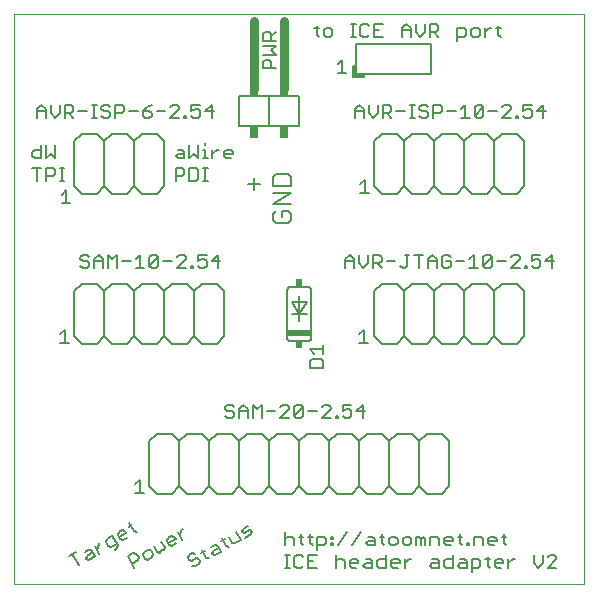
<source format=gto>
G75*
%MOIN*%
%OFA0B0*%
%FSLAX25Y25*%
%IPPOS*%
%LPD*%
%AMOC8*
5,1,8,0,0,1.08239X$1,22.5*
%
%ADD10C,0.00000*%
%ADD11C,0.00600*%
%ADD12C,0.00800*%
%ADD13C,0.00500*%
%ADD14R,0.08000X0.02000*%
%ADD15R,0.02000X0.02500*%
%ADD16C,0.03000*%
%ADD17R,0.03000X0.02000*%
%ADD18R,0.03000X0.04000*%
D10*
X0011984Y0006984D02*
X0011984Y0196984D01*
X0201984Y0196984D01*
X0201984Y0006984D01*
X0011984Y0006984D01*
D11*
X0030089Y0016208D02*
X0032632Y0017676D01*
X0031360Y0016942D02*
X0033562Y0013128D01*
X0035911Y0015332D02*
X0036180Y0016334D01*
X0038087Y0017435D01*
X0037720Y0018071D02*
X0038821Y0016164D01*
X0036914Y0015063D01*
X0035911Y0015332D01*
X0035446Y0017605D02*
X0036717Y0018339D01*
X0037720Y0018071D01*
X0039531Y0018269D02*
X0040068Y0020274D01*
X0040704Y0020641D01*
X0042487Y0020823D02*
X0043221Y0019552D01*
X0044223Y0019283D01*
X0046130Y0020384D01*
X0046497Y0019749D02*
X0044662Y0022927D01*
X0042755Y0021826D01*
X0042487Y0020823D01*
X0038797Y0019540D02*
X0040265Y0016998D01*
X0045593Y0018379D02*
X0046229Y0018746D01*
X0046497Y0019749D01*
X0047208Y0021854D02*
X0046474Y0023125D01*
X0046743Y0024128D01*
X0048014Y0024862D01*
X0049016Y0024593D01*
X0049383Y0023957D01*
X0046841Y0022489D01*
X0047208Y0021854D02*
X0048210Y0021585D01*
X0049482Y0022319D01*
X0051831Y0024523D02*
X0052833Y0024254D01*
X0051831Y0024523D02*
X0050363Y0027065D01*
X0050094Y0026063D02*
X0051365Y0026797D01*
X0058482Y0019540D02*
X0059583Y0017634D01*
X0060586Y0017365D01*
X0060854Y0018368D01*
X0061857Y0018099D01*
X0062126Y0019102D01*
X0061025Y0021008D01*
X0062836Y0021207D02*
X0063570Y0019936D01*
X0064573Y0019667D01*
X0065844Y0020401D01*
X0065746Y0022039D02*
X0063203Y0020571D01*
X0062836Y0021207D02*
X0063105Y0022209D01*
X0064376Y0022943D01*
X0065379Y0022675D01*
X0065746Y0022039D01*
X0067190Y0022873D02*
X0067728Y0024878D01*
X0068363Y0025245D01*
X0066456Y0024144D02*
X0067924Y0021602D01*
X0070095Y0016575D02*
X0071366Y0017309D01*
X0072369Y0017040D01*
X0072467Y0015402D02*
X0073470Y0015133D01*
X0073837Y0014498D01*
X0073568Y0013495D01*
X0072297Y0012761D01*
X0071294Y0013030D01*
X0071196Y0014668D02*
X0070193Y0014937D01*
X0069826Y0015572D01*
X0070095Y0016575D01*
X0071196Y0014668D02*
X0072467Y0015402D01*
X0074180Y0017239D02*
X0075451Y0017972D01*
X0074449Y0018241D02*
X0075917Y0015699D01*
X0076919Y0015430D01*
X0077939Y0016866D02*
X0078208Y0017869D01*
X0080115Y0018970D01*
X0079748Y0019605D02*
X0080849Y0017699D01*
X0078942Y0016598D01*
X0077939Y0016866D01*
X0077474Y0019140D02*
X0078745Y0019874D01*
X0079748Y0019605D01*
X0080825Y0021075D02*
X0082097Y0021809D01*
X0081094Y0022078D02*
X0082562Y0019535D01*
X0083565Y0019267D01*
X0084584Y0020703D02*
X0085587Y0020434D01*
X0087494Y0021535D01*
X0086026Y0024078D01*
X0087838Y0024276D02*
X0088106Y0025279D01*
X0090013Y0026380D01*
X0090111Y0024741D02*
X0088840Y0024007D01*
X0087838Y0024276D01*
X0088938Y0022369D02*
X0090845Y0023470D01*
X0091114Y0024473D01*
X0090111Y0024741D01*
X0084584Y0020703D02*
X0083483Y0022610D01*
X0084484Y0036984D02*
X0079484Y0036984D01*
X0076984Y0039484D01*
X0076984Y0054484D01*
X0079484Y0056984D01*
X0084484Y0056984D01*
X0086984Y0054484D01*
X0086984Y0039484D01*
X0089484Y0036984D01*
X0094484Y0036984D01*
X0096984Y0039484D01*
X0096984Y0054484D01*
X0099484Y0056984D01*
X0104484Y0056984D01*
X0106984Y0054484D01*
X0106984Y0039484D01*
X0109484Y0036984D01*
X0114484Y0036984D01*
X0116984Y0039484D01*
X0116984Y0054484D01*
X0119484Y0056984D01*
X0124484Y0056984D01*
X0126984Y0054484D01*
X0126984Y0039484D01*
X0124484Y0036984D01*
X0119484Y0036984D01*
X0116984Y0039484D01*
X0106984Y0039484D02*
X0104484Y0036984D01*
X0099484Y0036984D01*
X0096984Y0039484D01*
X0086984Y0039484D02*
X0084484Y0036984D01*
X0076984Y0039484D02*
X0074484Y0036984D01*
X0069484Y0036984D01*
X0066984Y0039484D01*
X0066984Y0054484D01*
X0069484Y0056984D01*
X0074484Y0056984D01*
X0076984Y0054484D01*
X0083018Y0062284D02*
X0082284Y0063018D01*
X0083018Y0062284D02*
X0084486Y0062284D01*
X0085220Y0063018D01*
X0085220Y0063752D01*
X0084486Y0064486D01*
X0083018Y0064486D01*
X0082284Y0065220D01*
X0082284Y0065954D01*
X0083018Y0066688D01*
X0084486Y0066688D01*
X0085220Y0065954D01*
X0086888Y0065220D02*
X0088356Y0066688D01*
X0089824Y0065220D01*
X0089824Y0062284D01*
X0091492Y0062284D02*
X0091492Y0066688D01*
X0092960Y0065220D01*
X0094428Y0066688D01*
X0094428Y0062284D01*
X0096096Y0064486D02*
X0099032Y0064486D01*
X0100700Y0065954D02*
X0101434Y0066688D01*
X0102902Y0066688D01*
X0103636Y0065954D01*
X0103636Y0065220D01*
X0100700Y0062284D01*
X0103636Y0062284D01*
X0105304Y0063018D02*
X0108240Y0065954D01*
X0108240Y0063018D01*
X0107506Y0062284D01*
X0106038Y0062284D01*
X0105304Y0063018D01*
X0105304Y0065954D01*
X0106038Y0066688D01*
X0107506Y0066688D01*
X0108240Y0065954D01*
X0109908Y0064486D02*
X0112844Y0064486D01*
X0114512Y0065954D02*
X0115246Y0066688D01*
X0116714Y0066688D01*
X0117448Y0065954D01*
X0117448Y0065220D01*
X0114512Y0062284D01*
X0117448Y0062284D01*
X0119116Y0062284D02*
X0119116Y0063018D01*
X0119850Y0063018D01*
X0119850Y0062284D01*
X0119116Y0062284D01*
X0121418Y0063018D02*
X0122152Y0062284D01*
X0123619Y0062284D01*
X0124353Y0063018D01*
X0124353Y0064486D01*
X0123619Y0065220D01*
X0122886Y0065220D01*
X0121418Y0064486D01*
X0121418Y0066688D01*
X0124353Y0066688D01*
X0126022Y0064486D02*
X0128957Y0064486D01*
X0128223Y0062284D02*
X0128223Y0066688D01*
X0126022Y0064486D01*
X0129484Y0056984D02*
X0134484Y0056984D01*
X0136984Y0054484D01*
X0136984Y0039484D01*
X0134484Y0036984D01*
X0129484Y0036984D01*
X0126984Y0039484D01*
X0136984Y0039484D02*
X0139484Y0036984D01*
X0144484Y0036984D01*
X0146984Y0039484D01*
X0149484Y0036984D01*
X0154484Y0036984D01*
X0156984Y0039484D01*
X0156984Y0054484D01*
X0154484Y0056984D01*
X0149484Y0056984D01*
X0146984Y0054484D01*
X0146984Y0039484D01*
X0134478Y0023454D02*
X0134478Y0020518D01*
X0135212Y0019784D01*
X0136814Y0020518D02*
X0137548Y0019784D01*
X0139016Y0019784D01*
X0139750Y0020518D01*
X0139750Y0021986D01*
X0139016Y0022720D01*
X0137548Y0022720D01*
X0136814Y0021986D01*
X0136814Y0020518D01*
X0135212Y0022720D02*
X0133744Y0022720D01*
X0132076Y0021986D02*
X0132076Y0019784D01*
X0129874Y0019784D01*
X0129140Y0020518D01*
X0129874Y0021252D01*
X0132076Y0021252D01*
X0132076Y0021986D02*
X0131342Y0022720D01*
X0129874Y0022720D01*
X0127472Y0024188D02*
X0124537Y0019784D01*
X0124503Y0015220D02*
X0125971Y0015220D01*
X0126705Y0014486D01*
X0126705Y0013752D01*
X0123769Y0013752D01*
X0123769Y0013018D02*
X0123769Y0014486D01*
X0124503Y0015220D01*
X0123769Y0013018D02*
X0124503Y0012284D01*
X0125971Y0012284D01*
X0128373Y0013018D02*
X0129107Y0013752D01*
X0131309Y0013752D01*
X0131309Y0014486D02*
X0131309Y0012284D01*
X0129107Y0012284D01*
X0128373Y0013018D01*
X0129107Y0015220D02*
X0130575Y0015220D01*
X0131309Y0014486D01*
X0132977Y0014486D02*
X0133711Y0015220D01*
X0135913Y0015220D01*
X0135913Y0016688D02*
X0135913Y0012284D01*
X0133711Y0012284D01*
X0132977Y0013018D01*
X0132977Y0014486D01*
X0137581Y0014486D02*
X0138315Y0015220D01*
X0139783Y0015220D01*
X0140517Y0014486D01*
X0140517Y0013752D01*
X0137581Y0013752D01*
X0137581Y0013018D02*
X0137581Y0014486D01*
X0137581Y0013018D02*
X0138315Y0012284D01*
X0139783Y0012284D01*
X0142185Y0012284D02*
X0142185Y0015220D01*
X0142185Y0013752D02*
X0143653Y0015220D01*
X0144387Y0015220D01*
X0143619Y0019784D02*
X0142152Y0019784D01*
X0141418Y0020518D01*
X0141418Y0021986D01*
X0142152Y0022720D01*
X0143619Y0022720D01*
X0144353Y0021986D01*
X0144353Y0020518D01*
X0143619Y0019784D01*
X0146022Y0019784D02*
X0146022Y0022720D01*
X0146755Y0022720D01*
X0147489Y0021986D01*
X0148223Y0022720D01*
X0148957Y0021986D01*
X0148957Y0019784D01*
X0147489Y0019784D02*
X0147489Y0021986D01*
X0150625Y0022720D02*
X0150625Y0019784D01*
X0150625Y0022720D02*
X0152827Y0022720D01*
X0153561Y0021986D01*
X0153561Y0019784D01*
X0155229Y0020518D02*
X0155229Y0021986D01*
X0155963Y0022720D01*
X0157431Y0022720D01*
X0158165Y0021986D01*
X0158165Y0021252D01*
X0155229Y0021252D01*
X0155229Y0020518D02*
X0155963Y0019784D01*
X0157431Y0019784D01*
X0159833Y0022720D02*
X0161301Y0022720D01*
X0160567Y0023454D02*
X0160567Y0020518D01*
X0161301Y0019784D01*
X0162903Y0019784D02*
X0163637Y0019784D01*
X0163637Y0020518D01*
X0162903Y0020518D01*
X0162903Y0019784D01*
X0165205Y0019784D02*
X0165205Y0022720D01*
X0167406Y0022720D01*
X0168140Y0021986D01*
X0168140Y0019784D01*
X0169808Y0020518D02*
X0169808Y0021986D01*
X0170542Y0022720D01*
X0172010Y0022720D01*
X0172744Y0021986D01*
X0172744Y0021252D01*
X0169808Y0021252D01*
X0169808Y0020518D02*
X0170542Y0019784D01*
X0172010Y0019784D01*
X0175146Y0020518D02*
X0175880Y0019784D01*
X0175146Y0020518D02*
X0175146Y0023454D01*
X0174412Y0022720D02*
X0175880Y0022720D01*
X0176714Y0015220D02*
X0176714Y0012284D01*
X0176714Y0013752D02*
X0178182Y0015220D01*
X0178916Y0015220D01*
X0175046Y0014486D02*
X0175046Y0013752D01*
X0172110Y0013752D01*
X0172110Y0013018D02*
X0172110Y0014486D01*
X0172844Y0015220D01*
X0174312Y0015220D01*
X0175046Y0014486D01*
X0174312Y0012284D02*
X0172844Y0012284D01*
X0172110Y0013018D01*
X0170509Y0012284D02*
X0169775Y0013018D01*
X0169775Y0015954D01*
X0169041Y0015220D02*
X0170509Y0015220D01*
X0167373Y0014486D02*
X0167373Y0013018D01*
X0166639Y0012284D01*
X0164437Y0012284D01*
X0164437Y0010816D02*
X0164437Y0015220D01*
X0166639Y0015220D01*
X0167373Y0014486D01*
X0162769Y0014486D02*
X0162769Y0012284D01*
X0160567Y0012284D01*
X0159833Y0013018D01*
X0160567Y0013752D01*
X0162769Y0013752D01*
X0162769Y0014486D02*
X0162035Y0015220D01*
X0160567Y0015220D01*
X0158165Y0015220D02*
X0155963Y0015220D01*
X0155229Y0014486D01*
X0155229Y0013018D01*
X0155963Y0012284D01*
X0158165Y0012284D01*
X0158165Y0016688D01*
X0153561Y0014486D02*
X0153561Y0012284D01*
X0151359Y0012284D01*
X0150625Y0013018D01*
X0151359Y0013752D01*
X0153561Y0013752D01*
X0153561Y0014486D02*
X0152827Y0015220D01*
X0151359Y0015220D01*
X0122101Y0014486D02*
X0122101Y0012284D01*
X0122101Y0014486D02*
X0121367Y0015220D01*
X0119899Y0015220D01*
X0119165Y0014486D01*
X0119165Y0016688D02*
X0119165Y0012284D01*
X0112893Y0012284D02*
X0109957Y0012284D01*
X0109957Y0016688D01*
X0112893Y0016688D01*
X0113027Y0018316D02*
X0113027Y0022720D01*
X0115229Y0022720D01*
X0115963Y0021986D01*
X0115963Y0020518D01*
X0115229Y0019784D01*
X0113027Y0019784D01*
X0111425Y0019784D02*
X0110691Y0020518D01*
X0110691Y0023454D01*
X0109957Y0022720D02*
X0111425Y0022720D01*
X0108356Y0022720D02*
X0106888Y0022720D01*
X0107622Y0023454D02*
X0107622Y0020518D01*
X0108356Y0019784D01*
X0105220Y0019784D02*
X0105220Y0021986D01*
X0104486Y0022720D01*
X0103018Y0022720D01*
X0102284Y0021986D01*
X0102284Y0024188D02*
X0102284Y0019784D01*
X0102284Y0016688D02*
X0103752Y0016688D01*
X0103018Y0016688D02*
X0103018Y0012284D01*
X0102284Y0012284D02*
X0103752Y0012284D01*
X0105354Y0013018D02*
X0106087Y0012284D01*
X0107555Y0012284D01*
X0108289Y0013018D01*
X0109957Y0014486D02*
X0111425Y0014486D01*
X0108289Y0015954D02*
X0107555Y0016688D01*
X0106087Y0016688D01*
X0105354Y0015954D01*
X0105354Y0013018D01*
X0117631Y0019784D02*
X0117631Y0020518D01*
X0118365Y0020518D01*
X0118365Y0019784D01*
X0117631Y0019784D01*
X0117631Y0021986D02*
X0117631Y0022720D01*
X0118365Y0022720D01*
X0118365Y0021986D01*
X0117631Y0021986D01*
X0119933Y0019784D02*
X0122868Y0024188D01*
X0126984Y0054484D02*
X0129484Y0056984D01*
X0136984Y0054484D02*
X0139484Y0056984D01*
X0144484Y0056984D01*
X0146984Y0054484D01*
X0116984Y0054484D02*
X0114484Y0056984D01*
X0109484Y0056984D01*
X0106984Y0054484D01*
X0096984Y0054484D02*
X0094484Y0056984D01*
X0089484Y0056984D01*
X0086984Y0054484D01*
X0086888Y0062284D02*
X0086888Y0065220D01*
X0086888Y0064486D02*
X0089824Y0064486D01*
X0066984Y0054484D02*
X0064484Y0056984D01*
X0059484Y0056984D01*
X0056984Y0054484D01*
X0056984Y0039484D01*
X0059484Y0036984D01*
X0064484Y0036984D01*
X0066984Y0039484D01*
X0055220Y0037284D02*
X0052284Y0037284D01*
X0053752Y0037284D02*
X0053752Y0041688D01*
X0052284Y0040220D01*
X0056402Y0018339D02*
X0055131Y0017605D01*
X0054862Y0016603D01*
X0055596Y0015332D01*
X0056599Y0015063D01*
X0057870Y0015797D01*
X0058139Y0016800D01*
X0057405Y0018071D01*
X0056402Y0018339D01*
X0053418Y0015769D02*
X0053149Y0014766D01*
X0051242Y0013665D01*
X0051976Y0012394D02*
X0049774Y0016208D01*
X0051681Y0017309D01*
X0052684Y0017040D01*
X0053418Y0015769D01*
X0110530Y0079034D02*
X0110530Y0081236D01*
X0111264Y0081970D01*
X0114200Y0081970D01*
X0114934Y0081236D01*
X0114934Y0079034D01*
X0110530Y0079034D01*
X0111998Y0083638D02*
X0110530Y0085106D01*
X0114934Y0085106D01*
X0114934Y0083638D02*
X0114934Y0086574D01*
X0110984Y0088984D02*
X0110984Y0104984D01*
X0110982Y0105044D01*
X0110977Y0105105D01*
X0110968Y0105164D01*
X0110955Y0105223D01*
X0110939Y0105282D01*
X0110919Y0105339D01*
X0110896Y0105394D01*
X0110869Y0105449D01*
X0110840Y0105501D01*
X0110807Y0105552D01*
X0110771Y0105601D01*
X0110733Y0105647D01*
X0110691Y0105691D01*
X0110647Y0105733D01*
X0110601Y0105771D01*
X0110552Y0105807D01*
X0110501Y0105840D01*
X0110449Y0105869D01*
X0110394Y0105896D01*
X0110339Y0105919D01*
X0110282Y0105939D01*
X0110223Y0105955D01*
X0110164Y0105968D01*
X0110105Y0105977D01*
X0110044Y0105982D01*
X0109984Y0105984D01*
X0103984Y0105984D01*
X0103924Y0105982D01*
X0103863Y0105977D01*
X0103804Y0105968D01*
X0103745Y0105955D01*
X0103686Y0105939D01*
X0103629Y0105919D01*
X0103574Y0105896D01*
X0103519Y0105869D01*
X0103467Y0105840D01*
X0103416Y0105807D01*
X0103367Y0105771D01*
X0103321Y0105733D01*
X0103277Y0105691D01*
X0103235Y0105647D01*
X0103197Y0105601D01*
X0103161Y0105552D01*
X0103128Y0105501D01*
X0103099Y0105449D01*
X0103072Y0105394D01*
X0103049Y0105339D01*
X0103029Y0105282D01*
X0103013Y0105223D01*
X0103000Y0105164D01*
X0102991Y0105105D01*
X0102986Y0105044D01*
X0102984Y0104984D01*
X0102984Y0088984D01*
X0102986Y0088924D01*
X0102991Y0088863D01*
X0103000Y0088804D01*
X0103013Y0088745D01*
X0103029Y0088686D01*
X0103049Y0088629D01*
X0103072Y0088574D01*
X0103099Y0088519D01*
X0103128Y0088467D01*
X0103161Y0088416D01*
X0103197Y0088367D01*
X0103235Y0088321D01*
X0103277Y0088277D01*
X0103321Y0088235D01*
X0103367Y0088197D01*
X0103416Y0088161D01*
X0103467Y0088128D01*
X0103519Y0088099D01*
X0103574Y0088072D01*
X0103629Y0088049D01*
X0103686Y0088029D01*
X0103745Y0088013D01*
X0103804Y0088000D01*
X0103863Y0087991D01*
X0103924Y0087986D01*
X0103984Y0087984D01*
X0109984Y0087984D01*
X0110044Y0087986D01*
X0110105Y0087991D01*
X0110164Y0088000D01*
X0110223Y0088013D01*
X0110282Y0088029D01*
X0110339Y0088049D01*
X0110394Y0088072D01*
X0110449Y0088099D01*
X0110501Y0088128D01*
X0110552Y0088161D01*
X0110601Y0088197D01*
X0110647Y0088235D01*
X0110691Y0088277D01*
X0110733Y0088321D01*
X0110771Y0088367D01*
X0110807Y0088416D01*
X0110840Y0088467D01*
X0110869Y0088519D01*
X0110896Y0088574D01*
X0110919Y0088629D01*
X0110939Y0088686D01*
X0110955Y0088745D01*
X0110968Y0088804D01*
X0110977Y0088863D01*
X0110982Y0088924D01*
X0110984Y0088984D01*
X0106984Y0094484D02*
X0106984Y0096984D01*
X0109484Y0096984D01*
X0106984Y0096984D02*
X0104484Y0096984D01*
X0106984Y0096984D02*
X0104484Y0100984D01*
X0109484Y0100984D01*
X0106984Y0096984D01*
X0106984Y0102984D01*
X0122284Y0112284D02*
X0122284Y0115220D01*
X0123752Y0116688D01*
X0125220Y0115220D01*
X0125220Y0112284D01*
X0125220Y0114486D02*
X0122284Y0114486D01*
X0126888Y0113752D02*
X0128356Y0112284D01*
X0129824Y0113752D01*
X0129824Y0116688D01*
X0131492Y0116688D02*
X0133694Y0116688D01*
X0134428Y0115954D01*
X0134428Y0114486D01*
X0133694Y0113752D01*
X0131492Y0113752D01*
X0131492Y0112284D02*
X0131492Y0116688D01*
X0132960Y0113752D02*
X0134428Y0112284D01*
X0136096Y0114486D02*
X0139032Y0114486D01*
X0140700Y0113018D02*
X0141434Y0112284D01*
X0142168Y0112284D01*
X0142902Y0113018D01*
X0142902Y0116688D01*
X0142168Y0116688D02*
X0143636Y0116688D01*
X0145304Y0116688D02*
X0148240Y0116688D01*
X0146772Y0116688D02*
X0146772Y0112284D01*
X0149908Y0112284D02*
X0149908Y0115220D01*
X0151376Y0116688D01*
X0152844Y0115220D01*
X0152844Y0112284D01*
X0154512Y0113018D02*
X0155246Y0112284D01*
X0156714Y0112284D01*
X0157448Y0113018D01*
X0157448Y0114486D01*
X0155980Y0114486D01*
X0157448Y0115954D02*
X0156714Y0116688D01*
X0155246Y0116688D01*
X0154512Y0115954D01*
X0154512Y0113018D01*
X0152844Y0114486D02*
X0149908Y0114486D01*
X0149484Y0106984D02*
X0144484Y0106984D01*
X0141984Y0104484D01*
X0141984Y0089484D01*
X0144484Y0086984D01*
X0149484Y0086984D01*
X0151984Y0089484D01*
X0151984Y0104484D01*
X0154484Y0106984D01*
X0159484Y0106984D01*
X0161984Y0104484D01*
X0161984Y0089484D01*
X0164484Y0086984D01*
X0169484Y0086984D01*
X0171984Y0089484D01*
X0174484Y0086984D01*
X0179484Y0086984D01*
X0181984Y0089484D01*
X0181984Y0104484D01*
X0179484Y0106984D01*
X0174484Y0106984D01*
X0171984Y0104484D01*
X0171984Y0089484D01*
X0161984Y0089484D02*
X0159484Y0086984D01*
X0154484Y0086984D01*
X0151984Y0089484D01*
X0141984Y0089484D02*
X0139484Y0086984D01*
X0134484Y0086984D01*
X0131984Y0089484D01*
X0131984Y0104484D01*
X0134484Y0106984D01*
X0139484Y0106984D01*
X0141984Y0104484D01*
X0149484Y0106984D02*
X0151984Y0104484D01*
X0161984Y0104484D02*
X0164484Y0106984D01*
X0169484Y0106984D01*
X0171984Y0104484D01*
X0170525Y0112284D02*
X0169057Y0112284D01*
X0168323Y0113018D01*
X0171259Y0115954D01*
X0171259Y0113018D01*
X0170525Y0112284D01*
X0168323Y0113018D02*
X0168323Y0115954D01*
X0169057Y0116688D01*
X0170525Y0116688D01*
X0171259Y0115954D01*
X0172927Y0114486D02*
X0175863Y0114486D01*
X0177531Y0115954D02*
X0178265Y0116688D01*
X0179733Y0116688D01*
X0180467Y0115954D01*
X0180467Y0115220D01*
X0177531Y0112284D01*
X0180467Y0112284D01*
X0182135Y0112284D02*
X0182135Y0113018D01*
X0182869Y0113018D01*
X0182869Y0112284D01*
X0182135Y0112284D01*
X0184437Y0113018D02*
X0185171Y0112284D01*
X0186639Y0112284D01*
X0187373Y0113018D01*
X0187373Y0114486D01*
X0186639Y0115220D01*
X0185905Y0115220D01*
X0184437Y0114486D01*
X0184437Y0116688D01*
X0187373Y0116688D01*
X0189041Y0114486D02*
X0191977Y0114486D01*
X0191243Y0112284D02*
X0191243Y0116688D01*
X0189041Y0114486D01*
X0166655Y0112284D02*
X0163720Y0112284D01*
X0165187Y0112284D02*
X0165187Y0116688D01*
X0163720Y0115220D01*
X0162051Y0114486D02*
X0159116Y0114486D01*
X0159484Y0136984D02*
X0154484Y0136984D01*
X0151984Y0139484D01*
X0151984Y0154484D01*
X0154484Y0156984D01*
X0159484Y0156984D01*
X0161984Y0154484D01*
X0161984Y0139484D01*
X0164484Y0136984D01*
X0169484Y0136984D01*
X0171984Y0139484D01*
X0174484Y0136984D01*
X0179484Y0136984D01*
X0181984Y0139484D01*
X0181984Y0154484D01*
X0179484Y0156984D01*
X0174484Y0156984D01*
X0171984Y0154484D01*
X0171984Y0139484D01*
X0161984Y0139484D02*
X0159484Y0136984D01*
X0151984Y0139484D02*
X0149484Y0136984D01*
X0144484Y0136984D01*
X0141984Y0139484D01*
X0141984Y0154484D01*
X0144484Y0156984D01*
X0149484Y0156984D01*
X0151984Y0154484D01*
X0151623Y0162284D02*
X0151623Y0166688D01*
X0153825Y0166688D01*
X0154559Y0165954D01*
X0154559Y0164486D01*
X0153825Y0163752D01*
X0151623Y0163752D01*
X0149955Y0163752D02*
X0149955Y0163018D01*
X0149221Y0162284D01*
X0147753Y0162284D01*
X0147019Y0163018D01*
X0147753Y0164486D02*
X0147019Y0165220D01*
X0147019Y0165954D01*
X0147753Y0166688D01*
X0149221Y0166688D01*
X0149955Y0165954D01*
X0149221Y0164486D02*
X0149955Y0163752D01*
X0149221Y0164486D02*
X0147753Y0164486D01*
X0145418Y0162284D02*
X0143950Y0162284D01*
X0144684Y0162284D02*
X0144684Y0166688D01*
X0143950Y0166688D02*
X0145418Y0166688D01*
X0142282Y0164486D02*
X0139346Y0164486D01*
X0137678Y0164486D02*
X0137678Y0165954D01*
X0136944Y0166688D01*
X0134742Y0166688D01*
X0134742Y0162284D01*
X0134742Y0163752D02*
X0136944Y0163752D01*
X0137678Y0164486D01*
X0136210Y0163752D02*
X0137678Y0162284D01*
X0133074Y0163752D02*
X0133074Y0166688D01*
X0133074Y0163752D02*
X0131606Y0162284D01*
X0130138Y0163752D01*
X0130138Y0166688D01*
X0128470Y0165220D02*
X0128470Y0162284D01*
X0128470Y0164486D02*
X0125534Y0164486D01*
X0125534Y0165220D02*
X0125534Y0162284D01*
X0125534Y0165220D02*
X0127002Y0166688D01*
X0128470Y0165220D01*
X0134484Y0156984D02*
X0139484Y0156984D01*
X0141984Y0154484D01*
X0134484Y0156984D02*
X0131984Y0154484D01*
X0131984Y0139484D01*
X0134484Y0136984D01*
X0139484Y0136984D01*
X0141984Y0139484D01*
X0130220Y0137284D02*
X0127284Y0137284D01*
X0128752Y0137284D02*
X0128752Y0141688D01*
X0127284Y0140220D01*
X0106984Y0159484D02*
X0106984Y0169484D01*
X0096984Y0169484D01*
X0086984Y0169484D01*
X0086984Y0159484D01*
X0096984Y0159484D01*
X0106984Y0159484D01*
X0096984Y0159484D02*
X0096984Y0169484D01*
X0097716Y0178784D02*
X0097716Y0180986D01*
X0096982Y0181720D01*
X0095514Y0181720D01*
X0094780Y0180986D01*
X0094780Y0178784D01*
X0099184Y0178784D01*
X0099184Y0183388D02*
X0094780Y0183388D01*
X0097716Y0184856D02*
X0099184Y0186324D01*
X0094780Y0186324D01*
X0094780Y0187992D02*
X0094780Y0190194D01*
X0095514Y0190928D01*
X0096982Y0190928D01*
X0097716Y0190194D01*
X0097716Y0187992D01*
X0097716Y0189460D02*
X0099184Y0190928D01*
X0099184Y0187992D02*
X0094780Y0187992D01*
X0097716Y0184856D02*
X0099184Y0183388D01*
X0112768Y0190018D02*
X0113502Y0189284D01*
X0112768Y0190018D02*
X0112768Y0192954D01*
X0112034Y0192220D02*
X0113502Y0192220D01*
X0115104Y0191486D02*
X0115104Y0190018D01*
X0115837Y0189284D01*
X0117305Y0189284D01*
X0118039Y0190018D01*
X0118039Y0191486D01*
X0117305Y0192220D01*
X0115837Y0192220D01*
X0115104Y0191486D01*
X0124311Y0189284D02*
X0125779Y0189284D01*
X0125045Y0189284D02*
X0125045Y0193688D01*
X0124311Y0193688D02*
X0125779Y0193688D01*
X0127381Y0192954D02*
X0127381Y0190018D01*
X0128115Y0189284D01*
X0129583Y0189284D01*
X0130316Y0190018D01*
X0131985Y0189284D02*
X0134920Y0189284D01*
X0133452Y0191486D02*
X0131985Y0191486D01*
X0131985Y0193688D02*
X0131985Y0189284D01*
X0130316Y0192954D02*
X0129583Y0193688D01*
X0128115Y0193688D01*
X0127381Y0192954D01*
X0131985Y0193688D02*
X0134920Y0193688D01*
X0141192Y0192220D02*
X0141192Y0189284D01*
X0141192Y0191486D02*
X0144128Y0191486D01*
X0144128Y0192220D02*
X0144128Y0189284D01*
X0145796Y0190752D02*
X0147264Y0189284D01*
X0148732Y0190752D01*
X0148732Y0193688D01*
X0150400Y0193688D02*
X0152602Y0193688D01*
X0153336Y0192954D01*
X0153336Y0191486D01*
X0152602Y0190752D01*
X0150400Y0190752D01*
X0150400Y0189284D02*
X0150400Y0193688D01*
X0151868Y0190752D02*
X0153336Y0189284D01*
X0159608Y0189284D02*
X0161810Y0189284D01*
X0162544Y0190018D01*
X0162544Y0191486D01*
X0161810Y0192220D01*
X0159608Y0192220D01*
X0159608Y0187816D01*
X0164212Y0190018D02*
X0164212Y0191486D01*
X0164946Y0192220D01*
X0166414Y0192220D01*
X0167148Y0191486D01*
X0167148Y0190018D01*
X0166414Y0189284D01*
X0164946Y0189284D01*
X0164212Y0190018D01*
X0168816Y0189284D02*
X0168816Y0192220D01*
X0168816Y0190752D02*
X0170284Y0192220D01*
X0171018Y0192220D01*
X0172653Y0192220D02*
X0174120Y0192220D01*
X0173387Y0192954D02*
X0173387Y0190018D01*
X0174120Y0189284D01*
X0175377Y0166688D02*
X0174643Y0165954D01*
X0175377Y0166688D02*
X0176845Y0166688D01*
X0177579Y0165954D01*
X0177579Y0165220D01*
X0174643Y0162284D01*
X0177579Y0162284D01*
X0179247Y0162284D02*
X0179247Y0163018D01*
X0179981Y0163018D01*
X0179981Y0162284D01*
X0179247Y0162284D01*
X0181549Y0163018D02*
X0182283Y0162284D01*
X0183751Y0162284D01*
X0184484Y0163018D01*
X0184484Y0164486D01*
X0183751Y0165220D01*
X0183017Y0165220D01*
X0181549Y0164486D01*
X0181549Y0166688D01*
X0184484Y0166688D01*
X0186153Y0164486D02*
X0189088Y0164486D01*
X0188354Y0162284D02*
X0188354Y0166688D01*
X0186153Y0164486D01*
X0172975Y0164486D02*
X0170039Y0164486D01*
X0168371Y0163018D02*
X0167637Y0162284D01*
X0166169Y0162284D01*
X0165435Y0163018D01*
X0168371Y0165954D01*
X0168371Y0163018D01*
X0168371Y0165954D02*
X0167637Y0166688D01*
X0166169Y0166688D01*
X0165435Y0165954D01*
X0165435Y0163018D01*
X0163767Y0162284D02*
X0160831Y0162284D01*
X0162299Y0162284D02*
X0162299Y0166688D01*
X0160831Y0165220D01*
X0159163Y0164486D02*
X0156227Y0164486D01*
X0164484Y0156984D02*
X0169484Y0156984D01*
X0171984Y0154484D01*
X0164484Y0156984D02*
X0161984Y0154484D01*
X0145796Y0190752D02*
X0145796Y0193688D01*
X0144128Y0192220D02*
X0142660Y0193688D01*
X0141192Y0192220D01*
X0122720Y0177284D02*
X0119784Y0177284D01*
X0121252Y0177284D02*
X0121252Y0181688D01*
X0119784Y0180220D01*
X0084834Y0150986D02*
X0084834Y0150252D01*
X0081898Y0150252D01*
X0081898Y0149518D02*
X0081898Y0150986D01*
X0082632Y0151720D01*
X0084100Y0151720D01*
X0084834Y0150986D01*
X0084100Y0148784D02*
X0082632Y0148784D01*
X0081898Y0149518D01*
X0080263Y0151720D02*
X0079529Y0151720D01*
X0078061Y0150252D01*
X0078061Y0148784D02*
X0078061Y0151720D01*
X0075726Y0151720D02*
X0075726Y0148784D01*
X0074992Y0148784D02*
X0076460Y0148784D01*
X0075726Y0151720D02*
X0074992Y0151720D01*
X0075726Y0153188D02*
X0075726Y0153922D01*
X0073324Y0153188D02*
X0073324Y0148784D01*
X0071856Y0150252D01*
X0070388Y0148784D01*
X0070388Y0153188D01*
X0068720Y0150986D02*
X0067986Y0151720D01*
X0066518Y0151720D01*
X0066518Y0150252D02*
X0065784Y0149518D01*
X0066518Y0148784D01*
X0068720Y0148784D01*
X0068720Y0150986D01*
X0068720Y0150252D02*
X0066518Y0150252D01*
X0065784Y0145688D02*
X0067986Y0145688D01*
X0068720Y0144954D01*
X0068720Y0143486D01*
X0067986Y0142752D01*
X0065784Y0142752D01*
X0065784Y0141284D02*
X0065784Y0145688D01*
X0070388Y0145688D02*
X0070388Y0141284D01*
X0072590Y0141284D01*
X0073324Y0142018D01*
X0073324Y0144954D01*
X0072590Y0145688D01*
X0070388Y0145688D01*
X0074992Y0145688D02*
X0076460Y0145688D01*
X0075726Y0145688D02*
X0075726Y0141284D01*
X0074992Y0141284D02*
X0076460Y0141284D01*
X0061984Y0139484D02*
X0061984Y0154484D01*
X0059484Y0156984D01*
X0054484Y0156984D01*
X0051984Y0154484D01*
X0051984Y0139484D01*
X0054484Y0136984D01*
X0059484Y0136984D01*
X0061984Y0139484D01*
X0051984Y0139484D02*
X0049484Y0136984D01*
X0044484Y0136984D01*
X0041984Y0139484D01*
X0041984Y0154484D01*
X0044484Y0156984D01*
X0049484Y0156984D01*
X0051984Y0154484D01*
X0055565Y0162284D02*
X0057033Y0162284D01*
X0057767Y0163018D01*
X0057767Y0163752D01*
X0057033Y0164486D01*
X0054831Y0164486D01*
X0054831Y0163018D01*
X0055565Y0162284D01*
X0054831Y0164486D02*
X0056299Y0165954D01*
X0057767Y0166688D01*
X0059435Y0164486D02*
X0062371Y0164486D01*
X0064039Y0165954D02*
X0064773Y0166688D01*
X0066241Y0166688D01*
X0066975Y0165954D01*
X0066975Y0165220D01*
X0064039Y0162284D01*
X0066975Y0162284D01*
X0068643Y0162284D02*
X0068643Y0163018D01*
X0069377Y0163018D01*
X0069377Y0162284D01*
X0068643Y0162284D01*
X0070945Y0163018D02*
X0071679Y0162284D01*
X0073147Y0162284D01*
X0073881Y0163018D01*
X0073881Y0164486D01*
X0073147Y0165220D01*
X0072413Y0165220D01*
X0070945Y0164486D01*
X0070945Y0166688D01*
X0073881Y0166688D01*
X0075549Y0164486D02*
X0078484Y0164486D01*
X0077751Y0162284D02*
X0077751Y0166688D01*
X0075549Y0164486D01*
X0053163Y0164486D02*
X0050227Y0164486D01*
X0048559Y0164486D02*
X0048559Y0165954D01*
X0047825Y0166688D01*
X0045623Y0166688D01*
X0045623Y0162284D01*
X0045623Y0163752D02*
X0047825Y0163752D01*
X0048559Y0164486D01*
X0043955Y0163752D02*
X0043955Y0163018D01*
X0043221Y0162284D01*
X0041753Y0162284D01*
X0041019Y0163018D01*
X0041753Y0164486D02*
X0043221Y0164486D01*
X0043955Y0163752D01*
X0043955Y0165954D02*
X0043221Y0166688D01*
X0041753Y0166688D01*
X0041019Y0165954D01*
X0041019Y0165220D01*
X0041753Y0164486D01*
X0039418Y0162284D02*
X0037950Y0162284D01*
X0038684Y0162284D02*
X0038684Y0166688D01*
X0037950Y0166688D02*
X0039418Y0166688D01*
X0036282Y0164486D02*
X0033346Y0164486D01*
X0031678Y0164486D02*
X0031678Y0165954D01*
X0030944Y0166688D01*
X0028742Y0166688D01*
X0028742Y0162284D01*
X0028742Y0163752D02*
X0030944Y0163752D01*
X0031678Y0164486D01*
X0030210Y0163752D02*
X0031678Y0162284D01*
X0027074Y0163752D02*
X0027074Y0166688D01*
X0024138Y0166688D02*
X0024138Y0163752D01*
X0025606Y0162284D01*
X0027074Y0163752D01*
X0022470Y0164486D02*
X0019534Y0164486D01*
X0019534Y0165220D02*
X0019534Y0162284D01*
X0022470Y0162284D02*
X0022470Y0165220D01*
X0021002Y0166688D01*
X0019534Y0165220D01*
X0020970Y0153188D02*
X0020970Y0148784D01*
X0018768Y0148784D01*
X0018034Y0149518D01*
X0018034Y0150986D01*
X0018768Y0151720D01*
X0020970Y0151720D01*
X0022638Y0153188D02*
X0022638Y0148784D01*
X0024106Y0150252D01*
X0025574Y0148784D01*
X0025574Y0153188D01*
X0031984Y0154484D02*
X0034484Y0156984D01*
X0039484Y0156984D01*
X0041984Y0154484D01*
X0031984Y0154484D02*
X0031984Y0139484D01*
X0034484Y0136984D01*
X0039484Y0136984D01*
X0041984Y0139484D01*
X0030720Y0133784D02*
X0027784Y0133784D01*
X0029252Y0133784D02*
X0029252Y0138188D01*
X0027784Y0136720D01*
X0027976Y0141284D02*
X0027976Y0145688D01*
X0027242Y0145688D02*
X0028710Y0145688D01*
X0025574Y0144954D02*
X0025574Y0143486D01*
X0024840Y0142752D01*
X0022638Y0142752D01*
X0022638Y0141284D02*
X0022638Y0145688D01*
X0024840Y0145688D01*
X0025574Y0144954D01*
X0027242Y0141284D02*
X0028710Y0141284D01*
X0020970Y0145688D02*
X0018034Y0145688D01*
X0019502Y0145688D02*
X0019502Y0141284D01*
X0034768Y0116688D02*
X0034034Y0115954D01*
X0034034Y0115220D01*
X0034768Y0114486D01*
X0036236Y0114486D01*
X0036970Y0113752D01*
X0036970Y0113018D01*
X0036236Y0112284D01*
X0034768Y0112284D01*
X0034034Y0113018D01*
X0034768Y0116688D02*
X0036236Y0116688D01*
X0036970Y0115954D01*
X0038638Y0115220D02*
X0040106Y0116688D01*
X0041574Y0115220D01*
X0041574Y0112284D01*
X0043242Y0112284D02*
X0043242Y0116688D01*
X0044710Y0115220D01*
X0046178Y0116688D01*
X0046178Y0112284D01*
X0047846Y0114486D02*
X0050782Y0114486D01*
X0052450Y0115220D02*
X0053918Y0116688D01*
X0053918Y0112284D01*
X0052450Y0112284D02*
X0055386Y0112284D01*
X0057054Y0113018D02*
X0059990Y0115954D01*
X0059990Y0113018D01*
X0059256Y0112284D01*
X0057788Y0112284D01*
X0057054Y0113018D01*
X0057054Y0115954D01*
X0057788Y0116688D01*
X0059256Y0116688D01*
X0059990Y0115954D01*
X0061658Y0114486D02*
X0064594Y0114486D01*
X0066262Y0115954D02*
X0066996Y0116688D01*
X0068464Y0116688D01*
X0069198Y0115954D01*
X0069198Y0115220D01*
X0066262Y0112284D01*
X0069198Y0112284D01*
X0070866Y0112284D02*
X0070866Y0113018D01*
X0071600Y0113018D01*
X0071600Y0112284D01*
X0070866Y0112284D01*
X0073168Y0113018D02*
X0073902Y0112284D01*
X0075369Y0112284D01*
X0076103Y0113018D01*
X0076103Y0114486D01*
X0075369Y0115220D01*
X0074636Y0115220D01*
X0073168Y0114486D01*
X0073168Y0116688D01*
X0076103Y0116688D01*
X0077772Y0114486D02*
X0080707Y0114486D01*
X0079973Y0112284D02*
X0079973Y0116688D01*
X0077772Y0114486D01*
X0079484Y0106984D02*
X0074484Y0106984D01*
X0071984Y0104484D01*
X0071984Y0089484D01*
X0074484Y0086984D01*
X0079484Y0086984D01*
X0081984Y0089484D01*
X0081984Y0104484D01*
X0079484Y0106984D01*
X0071984Y0104484D02*
X0069484Y0106984D01*
X0064484Y0106984D01*
X0061984Y0104484D01*
X0061984Y0089484D01*
X0064484Y0086984D01*
X0069484Y0086984D01*
X0071984Y0089484D01*
X0061984Y0089484D02*
X0059484Y0086984D01*
X0054484Y0086984D01*
X0051984Y0089484D01*
X0051984Y0104484D01*
X0054484Y0106984D01*
X0059484Y0106984D01*
X0061984Y0104484D01*
X0051984Y0104484D02*
X0049484Y0106984D01*
X0044484Y0106984D01*
X0041984Y0104484D01*
X0041984Y0089484D01*
X0044484Y0086984D01*
X0049484Y0086984D01*
X0051984Y0089484D01*
X0041984Y0089484D02*
X0039484Y0086984D01*
X0034484Y0086984D01*
X0031984Y0089484D01*
X0031984Y0104484D01*
X0034484Y0106984D01*
X0039484Y0106984D01*
X0041984Y0104484D01*
X0038638Y0112284D02*
X0038638Y0115220D01*
X0038638Y0114486D02*
X0041574Y0114486D01*
X0028752Y0091688D02*
X0027284Y0090220D01*
X0028752Y0091688D02*
X0028752Y0087284D01*
X0027284Y0087284D02*
X0030220Y0087284D01*
X0127034Y0087284D02*
X0129970Y0087284D01*
X0128502Y0087284D02*
X0128502Y0091688D01*
X0127034Y0090220D01*
X0126888Y0113752D02*
X0126888Y0116688D01*
X0185155Y0016688D02*
X0185155Y0013752D01*
X0186623Y0012284D01*
X0188091Y0013752D01*
X0188091Y0016688D01*
X0189759Y0015954D02*
X0190493Y0016688D01*
X0191961Y0016688D01*
X0192695Y0015954D01*
X0192695Y0015220D01*
X0189759Y0012284D01*
X0192695Y0012284D01*
D12*
X0103117Y0127384D02*
X0099247Y0127384D01*
X0098279Y0128352D01*
X0098279Y0130287D01*
X0099247Y0131254D01*
X0101182Y0131254D02*
X0101182Y0129319D01*
X0101182Y0131254D02*
X0103117Y0131254D01*
X0104084Y0130287D01*
X0104084Y0128352D01*
X0103117Y0127384D01*
X0104084Y0133461D02*
X0098279Y0133461D01*
X0104084Y0137331D01*
X0098279Y0137331D01*
X0098279Y0139539D02*
X0098279Y0142441D01*
X0099247Y0143409D01*
X0103117Y0143409D01*
X0104084Y0142441D01*
X0104084Y0139539D01*
X0098279Y0139539D01*
X0093754Y0140287D02*
X0089884Y0140287D01*
X0091819Y0142222D02*
X0091819Y0138352D01*
D13*
X0124980Y0175984D02*
X0128480Y0175984D01*
X0128480Y0176484D01*
X0125480Y0176484D01*
X0125480Y0179484D01*
X0124980Y0179484D01*
X0124980Y0175984D01*
X0125980Y0176984D02*
X0128480Y0176984D01*
X0128480Y0176484D01*
X0128480Y0176984D02*
X0150980Y0176984D01*
X0150980Y0186984D01*
X0125980Y0186984D01*
X0125980Y0179484D01*
X0125480Y0179484D01*
X0125980Y0179484D02*
X0125980Y0176984D01*
D14*
X0106984Y0090484D03*
D15*
X0106984Y0086734D03*
X0106984Y0107234D03*
D16*
X0101984Y0171984D02*
X0101984Y0194484D01*
X0091984Y0194484D02*
X0091984Y0171984D01*
D17*
X0091984Y0170484D03*
X0101984Y0170484D03*
D18*
X0101984Y0157484D03*
X0091984Y0157484D03*
M02*

</source>
